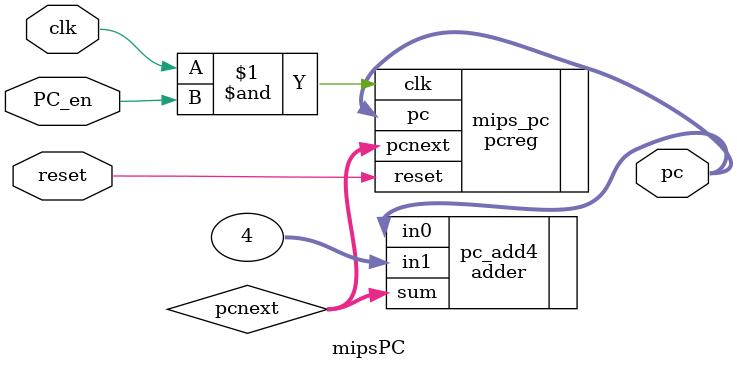
<source format=v>
module mipsPC #(parameter DW=32)(
input clk, PC_en,
input reset,
output [DW-1:0] pc);

wire [DW-1:0] pcnext;

pcreg #(.DW(DW)) mips_pc (
	.clk(clk & PC_en),
	.reset(reset),
	.pc (pc),
	.pcnext(pcnext)
);

adder #(.DW(DW)) pc_add4 (
	.in0(pc),
	.in1(32'b100), //4
	.sum(pcnext)
);

endmodule 
</source>
